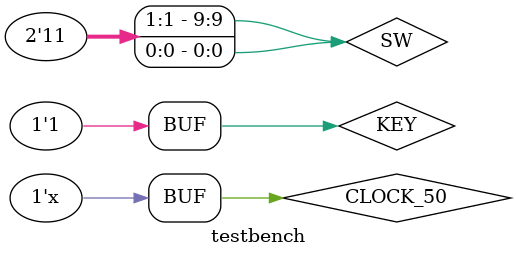
<source format=v>
`timescale 1ns / 1ps

module testbench ( );

	parameter CLOCK_PERIOD = 20;

	reg [0:0] KEY;
	reg [9:0] SW;
	reg CLOCK_50;
	wire [6:0] HEX5, HEX4, HEX3, HEX2, HEX1, HEX0;
	wire [9:0] LEDR;	

	initial begin
		CLOCK_50 <= 1'b0;
	end // initial
	always @ (*)
	begin : Clock_Generator
		#((CLOCK_PERIOD) / 2) CLOCK_50 <= ~CLOCK_50;
	end

	initial begin
		SW[9] <= 1'b0; KEY[0] <= 1'b0;
		#20 SW[9] <= 1'b1; KEY[0] <= 1'b1;
		#40 SW[0] <= 1'b1; 

	end // initial


	part3 U1 (KEY, SW, CLOCK_50, HEX5, HEX4, HEX3, HEX2, HEX1, HEX0, LEDR);

endmodule

</source>
